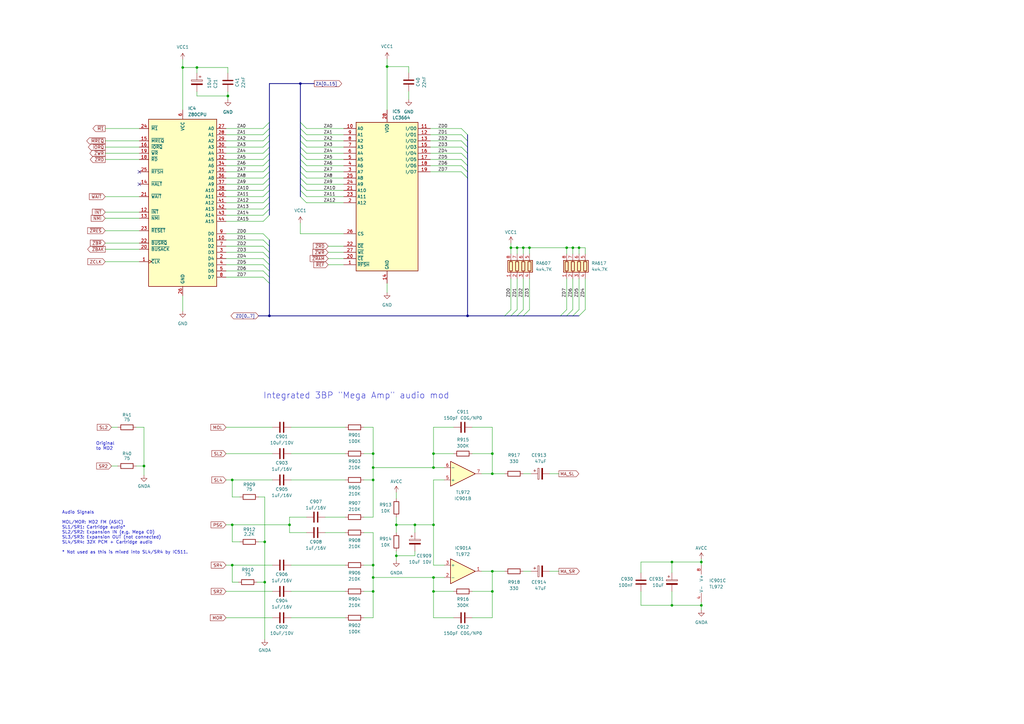
<source format=kicad_sch>
(kicad_sch (version 20250114) (generator "eeschema") (generator_version "9.0")
  (paper "A3")
  (title_block (title "Z80 and Audio") (date "2023-11-29") (rev "1.3") (company "By Cosam") (comment 1 "Neptune"))
  (lib_symbols
    (symbol "Amplifier_Operational:TL062" (pin_names (offset 0.127))
      (property "Reference" "U" (at 0 5.08 0))
      (property "Value" "TL062" (at 0 -5.08 0))
      (symbol "TL062_1_1"
        (pin input line (at -7.62 2.54 0) (length 2.54) (name "+") (number "3"))
        (pin input line (at -7.62 -2.54 0) (length 2.54) (name "-") (number "2"))
        (pin output line (at 7.62 0 180) (length 2.54) (name "~") (number "1"))
      )
      (symbol "TL062_2_1"
        (pin input line (at -7.62 2.54 0) (length 2.54) (name "+") (number "5"))
        (pin input line (at -7.62 -2.54 0) (length 2.54) (name "-") (number "6"))
        (pin output line (at 7.62 0 180) (length 2.54) (name "~") (number "7"))
      )
      (symbol "TL062_3_1"
        (pin power_in line (at -2.54 7.62 270) (length 3.81) (name "V+") (number "8"))
        (pin power_in line (at -2.54 -7.62 90) (length 3.81) (name "V-") (number "4"))
      )
    )
    (symbol "Device:C" (pin_numbers (hide yes)) (pin_names (offset 0.254))
      (property "Reference" "C" (at 0.635 2.54 0))
      (property "Value" "C" (at 0.635 -2.54 0))
      (symbol "C_1_1"
        (pin passive line (at 0 3.81 270) (length 2.794) (name "~") (number "1"))
        (pin passive line (at 0 -3.81 90) (length 2.794) (name "~") (number "2"))
      )
    )
    (symbol "Device:C_Polarized" (pin_numbers (hide yes)) (pin_names (offset 0.254))
      (property "Reference" "C" (at 0.635 2.54 0))
      (property "Value" "C_Polarized" (at 0.635 -2.54 0))
      (symbol "C_Polarized_1_1"
        (pin passive line (at 0 3.81 270) (length 2.794) (name "~") (number "1"))
        (pin passive line (at 0 -3.81 90) (length 2.794) (name "~") (number "2"))
      )
    )
    (symbol "Device:R" (pin_numbers (hide yes)) (pin_names (offset 0))
      (property "Reference" "R" (at 2.032 0 90))
      (property "Value" "R" (at 0 0 90))
      (symbol "R_1_1"
        (pin passive line (at 0 3.81 270) (length 1.27) (name "~") (number "1"))
        (pin passive line (at 0 -3.81 90) (length 1.27) (name "~") (number "2"))
      )
    )
    (symbol "Device:R_Pack04" (pin_names (offset 0) (hide yes))
      (property "Reference" "RN" (at -7.62 0 90))
      (property "Value" "R_Pack04" (at 5.08 0 90))
      (symbol "R_Pack04_1_1"
        (pin passive line (at -5.08 5.08 270) (length 2.54) (name "R1.2") (number "8"))
        (pin passive line (at -5.08 -5.08 90) (length 2.54) (name "R1.1") (number "1"))
        (pin passive line (at -2.54 5.08 270) (length 2.54) (name "R2.2") (number "7"))
        (pin passive line (at -2.54 -5.08 90) (length 2.54) (name "R2.1") (number "2"))
        (pin passive line (at 0 5.08 270) (length 2.54) (name "R3.2") (number "6"))
        (pin passive line (at 0 -5.08 90) (length 2.54) (name "R3.1") (number "3"))
        (pin passive line (at 2.54 5.08 270) (length 2.54) (name "R4.2") (number "5"))
        (pin passive line (at 2.54 -5.08 90) (length 2.54) (name "R4.1") (number "4"))
      )
    )
    (symbol "MegaDrive:AVCC" (power) (pin_names (offset 0))
      (property "Value" "AVCC" (at 0 4.445 0))
      (symbol "AVCC_1_1"
        (pin power_in line (at 0 0 90) (length 0) (hide yes) (name "AVCC") (number "1"))
      )
    )
    (symbol "MegaDrive:VCC1" (power) (pin_names (offset 0))
      (property "Value" "VCC1" (at 0 4.445 0))
      (symbol "VCC1_1_1"
        (pin power_in line (at 0 0 90) (length 0) (hide yes) (name "VCC1") (number "1"))
      )
    )
    (symbol "MegaDrive:Z80CPU" (pin_names (offset 1.016))
      (property "Reference" "IC4" (at 1.9559 38.1 0))
      (property "Value" "Z80CPU" (at 1.9559 35.56 0))
      (symbol "Z80CPU_1_1"
        (pin output line (at -17.78 30.48 0) (length 3.81) (name "~{M1}") (number "24"))
        (pin output line (at -17.78 25.4 0) (length 3.81) (name "~{MREQ}") (number "15"))
        (pin output line (at -17.78 22.86 0) (length 3.81) (name "~{IORQ}") (number "16"))
        (pin output line (at -17.78 20.32 0) (length 3.81) (name "~{WR}") (number "19"))
        (pin output line (at -17.78 17.78 0) (length 3.81) (name "~{RD}") (number "18"))
        (pin output line (at -17.78 12.7 0) (length 3.81) (name "~{RFSH}") (number "25"))
        (pin output line (at -17.78 7.62 0) (length 3.81) (name "~{HALT}") (number "14"))
        (pin input line (at -17.78 2.54 0) (length 3.81) (name "~{WAIT}") (number "21"))
        (pin input line (at -17.78 -3.81 0) (length 3.81) (name "~{INT}") (number "12"))
        (pin input line (at -17.78 -6.35 0) (length 3.81) (name "~{NMI}") (number "13"))
        (pin input line (at -17.78 -11.43 0) (length 3.81) (name "~{RESET}") (number "23"))
        (pin input line (at -17.78 -16.51 0) (length 3.81) (name "~{BUSRQ}") (number "22"))
        (pin output line (at -17.78 -19.05 0) (length 3.81) (name "~{BUSACK}") (number "20"))
        (pin input clock (at -17.78 -24.13 0) (length 3.81) (name "~{CLK}") (number "1"))
        (pin no_connect line (at -11.43 -36.83 90) (length 2.54) (hide yes) (name "N/C") (number "11"))
        (pin no_connect line (at -8.89 -36.83 90) (length 2.54) (hide yes) (name "N/C") (number "17"))
        (pin no_connect line (at -6.35 -36.83 90) (length 2.54) (hide yes) (name "N/C") (number "33"))
        (pin no_connect line (at -3.81 -36.83 90) (length 2.54) (hide yes) (name "N/C") (number "39"))
        (pin power_in line (at 0 38.1 270) (length 3.81) (name "VCC") (number "6"))
        (pin power_in line (at 0 -38.1 90) (length 3.81) (name "GND") (number "26"))
        (pin output line (at 17.78 30.48 180) (length 3.81) (name "A0") (number "27"))
        (pin output line (at 17.78 27.94 180) (length 3.81) (name "A1") (number "28"))
        (pin output line (at 17.78 25.4 180) (length 3.81) (name "A2") (number "29"))
        (pin output line (at 17.78 22.86 180) (length 3.81) (name "A3") (number "30"))
        (pin output line (at 17.78 20.32 180) (length 3.81) (name "A4") (number "31"))
        (pin output line (at 17.78 17.78 180) (length 3.81) (name "A5") (number "32"))
        (pin output line (at 17.78 15.24 180) (length 3.81) (name "A6") (number "34"))
        (pin output line (at 17.78 12.7 180) (length 3.81) (name "A7") (number "35"))
        (pin output line (at 17.78 10.16 180) (length 3.81) (name "A8") (number "36"))
        (pin output line (at 17.78 7.62 180) (length 3.81) (name "A9") (number "37"))
        (pin output line (at 17.78 5.08 180) (length 3.81) (name "A10") (number "38"))
        (pin output line (at 17.78 2.54 180) (length 3.81) (name "A11") (number "40"))
        (pin output line (at 17.78 0 180) (length 3.81) (name "A12") (number "41"))
        (pin output line (at 17.78 -2.54 180) (length 3.81) (name "A13") (number "42"))
        (pin output line (at 17.78 -5.08 180) (length 3.81) (name "A14") (number "43"))
        (pin output line (at 17.78 -7.62 180) (length 3.81) (name "A15") (number "44"))
        (pin bidirectional line (at 17.78 -12.7 180) (length 3.81) (name "D0") (number "9"))
        (pin bidirectional line (at 17.78 -15.24 180) (length 3.81) (name "D1") (number "10"))
        (pin bidirectional line (at 17.78 -17.78 180) (length 3.81) (name "D2") (number "7"))
        (pin bidirectional line (at 17.78 -20.32 180) (length 3.81) (name "D3") (number "3"))
        (pin bidirectional line (at 17.78 -22.86 180) (length 3.81) (name "D4") (number "2"))
        (pin bidirectional line (at 17.78 -25.4 180) (length 3.81) (name "D5") (number "4"))
        (pin bidirectional line (at 17.78 -27.94 180) (length 3.81) (name "D6") (number "5"))
        (pin bidirectional line (at 17.78 -30.48 180) (length 3.81) (name "D7") (number "8"))
      )
    )
    (symbol "MyLibrary:64k_SRAM_Z80"
      (property "Reference" "IC5" (at 1.9559 34.29 0))
      (property "Value" "64k_SRAM_Z80" (at 1.9559 31.75 0))
      (symbol "64k_SRAM_Z80_1_0"
        (pin input line (at -17.78 -27.94 0) (length 5.08) (name "~{RFSH}") (number "1"))
      )
      (symbol "64k_SRAM_Z80_1_1"
        (pin input line (at -17.78 27.94 0) (length 5.08) (name "A0") (number "10"))
        (pin input line (at -17.78 25.4 0) (length 5.08) (name "A1") (number "9"))
        (pin input line (at -17.78 22.86 0) (length 5.08) (name "A2") (number "8"))
        (pin input line (at -17.78 20.32 0) (length 5.08) (name "A3") (number "7"))
        (pin input line (at -17.78 17.78 0) (length 5.08) (name "A4") (number "6"))
        (pin input line (at -17.78 15.24 0) (length 5.08) (name "A5") (number "5"))
        (pin input line (at -17.78 12.7 0) (length 5.08) (name "A6") (number "4"))
        (pin input line (at -17.78 10.16 0) (length 5.08) (name "A7") (number "3"))
        (pin input line (at -17.78 7.62 0) (length 5.08) (name "A8") (number "25"))
        (pin input line (at -17.78 5.08 0) (length 5.08) (name "A9") (number "24"))
        (pin input line (at -17.78 2.54 0) (length 5.08) (name "A10") (number "21"))
        (pin input line (at -17.78 0 0) (length 5.08) (name "A11") (number "23"))
        (pin input line (at -17.78 -2.54 0) (length 5.08) (name "A12") (number "2"))
        (pin input line (at -17.78 -15.24 0) (length 5.08) (name "CS") (number "26"))
        (pin input line (at -17.78 -20.32 0) (length 5.08) (name "~{OE}") (number "22"))
        (pin input line (at -17.78 -22.86 0) (length 5.08) (name "~{WE}") (number "27"))
        (pin input line (at -17.78 -25.4 0) (length 5.08) (name "~{CE}") (number "20"))
        (pin power_in line (at 0 35.56 270) (length 5.08) (name "VDD") (number "28"))
        (pin power_in line (at 0 -35.56 90) (length 5.08) (name "GND") (number "14"))
        (pin bidirectional line (at 17.78 27.94 180) (length 5.08) (name "I/O0") (number "11"))
        (pin bidirectional line (at 17.78 25.4 180) (length 5.08) (name "I/O1") (number "12"))
        (pin bidirectional line (at 17.78 22.86 180) (length 5.08) (name "I/O2") (number "13"))
        (pin bidirectional line (at 17.78 20.32 180) (length 5.08) (name "I/O3") (number "15"))
        (pin bidirectional line (at 17.78 17.78 180) (length 5.08) (name "I/O4") (number "16"))
        (pin bidirectional line (at 17.78 15.24 180) (length 5.08) (name "I/O5") (number "17"))
        (pin bidirectional line (at 17.78 12.7 180) (length 5.08) (name "I/O6") (number "18"))
        (pin bidirectional line (at 17.78 10.16 180) (length 5.08) (name "I/O7") (number "19"))
      )
    )
    (symbol "power:GND" (power) (pin_names (offset 0))
      (property "Value" "GND" (at 0 -3.81 0))
      (symbol "GND_1_1"
        (pin power_in line (at 0 0 270) (length 0) (hide yes) (name "GND") (number "1"))
      )
    )
    (symbol "power:GNDA" (power) (pin_names (offset 0))
      (property "Value" "GNDA" (at 0 -3.81 0))
      (symbol "GNDA_1_1"
        (pin power_in line (at 0 0 270) (length 0) (hide yes) (name "GNDA") (number "1"))
      )
    )
  )
  (text "Original\nto MD2" (at 39.37 184.785 0) (effects (font (size 1.27 1.27)) (justify left bottom)))
  (text "Audio Signals\n\nMOL/MOR: MD2 FM (ASIC)\nSL1/SR1: Cartridge audio*\nSL2/SR2: Expansion IN (e.g. Mega CD)\nSL3/SR3: Expansion OUT (not connected)\nSL4/SR4: 32X PCM + Cartridge audio\n\n* Not used as this is mixed into SL4/SR4 by IC511." (at 25.4 227.33 0) (effects (font (size 1.27 1.27)) (justify left bottom)))
  (text "Integrated 3BP \"Mega Amp\" audio mod" (at 107.95 163.83 0) (effects (font (size 2.54 2.54)) (justify left bottom)))
  (junction (at 201.93 194.31))
  (junction (at 287.655 230.505))
  (junction (at 93.472 39.37))
  (junction (at 153.035 186.055))
  (junction (at 80.772 27.686))
  (junction (at 118.745 215.265))
  (junction (at 95.25 231.775))
  (junction (at 95.25 215.265))
  (junction (at 123.19 34.29))
  (junction (at 74.93 27.686))
  (junction (at 153.035 236.855))
  (junction (at 209.55 101.6))
  (junction (at 232.41 101.6))
  (junction (at 153.035 242.57))
  (junction (at 170.18 215.265))
  (junction (at 201.93 186.055))
  (junction (at 153.035 231.775))
  (junction (at 217.17 101.6))
  (junction (at 108.585 222.25))
  (junction (at 177.8 191.77))
  (junction (at 177.8 186.055))
  (junction (at 177.8 236.855))
  (junction (at 153.035 196.85))
  (junction (at 191.77 129.54))
  (junction (at 234.95 101.6))
  (junction (at 158.75 27.305))
  (junction (at 110.49 129.54))
  (junction (at 177.8 215.265))
  (junction (at 275.59 248.285))
  (junction (at 201.93 234.315))
  (junction (at 153.035 191.77))
  (junction (at 59.055 191.135))
  (junction (at 177.8 242.57))
  (junction (at 201.93 242.57))
  (junction (at 95.25 196.85))
  (junction (at 275.59 230.505))
  (junction (at 237.49 101.6))
  (junction (at 214.63 101.6))
  (junction (at 287.655 248.285))
  (junction (at 212.09 101.6))
  (junction (at 162.56 227.965))
  (junction (at 108.585 238.76))
  (junction (at 162.56 215.265))
  (no_connect (at 57.15 75.565))
  (no_connect (at 57.15 70.485))
  (bus_entry (at 107.95 106.045) (size 2.54 2.54))
  (bus_entry (at 125.73 75.565) (size -2.54 -2.54))
  (bus_entry (at 107.95 60.325) (size 2.54 -2.54))
  (bus_entry (at 125.73 70.485) (size -2.54 -2.54))
  (bus_entry (at 107.95 108.585) (size 2.54 2.54))
  (bus_entry (at 107.95 95.885) (size 2.54 2.54))
  (bus_entry (at 107.95 103.505) (size 2.54 2.54))
  (bus_entry (at 125.73 57.785) (size -2.54 -2.54))
  (bus_entry (at 125.73 83.185) (size -2.54 -2.54))
  (bus_entry (at 189.23 70.485) (size 2.54 2.54))
  (bus_entry (at 107.95 98.425) (size 2.54 2.54))
  (bus_entry (at 237.49 127) (size -2.54 2.54))
  (bus_entry (at 125.73 65.405) (size -2.54 -2.54))
  (bus_entry (at 240.03 127) (size -2.54 2.54))
  (bus_entry (at 107.95 100.965) (size 2.54 2.54))
  (bus_entry (at 189.23 57.785) (size 2.54 2.54))
  (bus_entry (at 125.73 73.025) (size -2.54 -2.54))
  (bus_entry (at 107.95 70.485) (size 2.54 -2.54))
  (bus_entry (at 125.73 62.865) (size -2.54 -2.54))
  (bus_entry (at 189.23 62.865) (size 2.54 2.54))
  (bus_entry (at 125.73 52.705) (size -2.54 -2.54))
  (bus_entry (at 217.17 127) (size -2.54 2.54))
  (bus_entry (at 232.41 127) (size -2.54 2.54))
  (bus_entry (at 107.95 113.665) (size 2.54 2.54))
  (bus_entry (at 107.95 67.945) (size 2.54 -2.54))
  (bus_entry (at 212.09 127) (size -2.54 2.54))
  (bus_entry (at 107.95 85.725) (size 2.54 -2.54))
  (bus_entry (at 189.23 67.945) (size 2.54 2.54))
  (bus_entry (at 214.63 127) (size -2.54 2.54))
  (bus_entry (at 107.95 111.125) (size 2.54 2.54))
  (bus_entry (at 107.95 90.805) (size 2.54 -2.54))
  (bus_entry (at 189.23 55.245) (size 2.54 2.54))
  (bus_entry (at 107.95 80.645) (size 2.54 -2.54))
  (bus_entry (at 107.95 78.105) (size 2.54 -2.54))
  (bus_entry (at 125.73 60.325) (size -2.54 -2.54))
  (bus_entry (at 189.23 65.405) (size 2.54 2.54))
  (bus_entry (at 125.73 55.245) (size -2.54 -2.54))
  (bus_entry (at 107.95 88.265) (size 2.54 -2.54))
  (bus_entry (at 107.95 55.245) (size 2.54 -2.54))
  (bus_entry (at 107.95 83.185) (size 2.54 -2.54))
  (bus_entry (at 107.95 62.865) (size 2.54 -2.54))
  (bus_entry (at 189.23 60.325) (size 2.54 2.54))
  (bus_entry (at 234.95 127) (size -2.54 2.54))
  (bus_entry (at 125.73 78.105) (size -2.54 -2.54))
  (bus_entry (at 125.73 80.645) (size -2.54 -2.54))
  (bus_entry (at 189.23 52.705) (size 2.54 2.54))
  (bus_entry (at 107.95 73.025) (size 2.54 -2.54))
  (bus_entry (at 209.55 127) (size -2.54 2.54))
  (bus_entry (at 107.95 65.405) (size 2.54 -2.54))
  (bus_entry (at 107.95 75.565) (size 2.54 -2.54))
  (bus_entry (at 107.95 57.785) (size 2.54 -2.54))
  (bus_entry (at 125.73 67.945) (size -2.54 -2.54))
  (bus_entry (at 107.95 52.705) (size 2.54 -2.54))
  (wire (pts (xy 55.88 175.26) (xy 59.055 175.26)))
  (wire (pts (xy 92.71 67.945) (xy 107.95 67.945)))
  (wire (pts (xy 93.472 37.592) (xy 93.472 39.37)))
  (wire (pts (xy 80.772 39.37) (xy 93.472 39.37)))
  (wire (pts (xy 232.41 114.3) (xy 232.41 127)))
  (wire (pts (xy 149.225 218.44) (xy 153.035 218.44)))
  (wire (pts (xy 287.655 229.235) (xy 287.655 230.505)))
  (bus (pts (xy 110.49 106.045) (xy 110.49 108.585)))
  (bus (pts (xy 191.77 65.405) (xy 191.77 67.945)))
  (bus (pts (xy 229.87 129.54) (xy 214.63 129.54)))
  (wire (pts (xy 125.73 65.405) (xy 140.97 65.405)))
  (wire (pts (xy 125.73 60.325) (xy 140.97 60.325)))
  (bus (pts (xy 123.19 50.165) (xy 123.19 52.705)))
  (wire (pts (xy 177.8 191.77) (xy 182.245 191.77)))
  (wire (pts (xy 186.055 175.26) (xy 177.8 175.26)))
  (bus (pts (xy 123.19 60.325) (xy 123.19 62.865)))
  (wire (pts (xy 177.8 242.57) (xy 177.8 236.855)))
  (wire (pts (xy 125.73 80.645) (xy 140.97 80.645)))
  (bus (pts (xy 123.19 34.29) (xy 123.19 50.165)))
  (wire (pts (xy 177.8 253.365) (xy 186.055 253.365)))
  (wire (pts (xy 92.71 196.85) (xy 95.25 196.85)))
  (wire (pts (xy 237.49 101.6) (xy 237.49 104.14)))
  (bus (pts (xy 191.77 73.025) (xy 191.77 129.54)))
  (wire (pts (xy 162.56 212.09) (xy 162.56 215.265)))
  (wire (pts (xy 92.71 108.585) (xy 107.95 108.585)))
  (bus (pts (xy 110.49 55.245) (xy 110.49 57.785)))
  (wire (pts (xy 123.19 95.885) (xy 123.19 91.44)))
  (wire (pts (xy 125.73 57.785) (xy 140.97 57.785)))
  (wire (pts (xy 95.25 215.265) (xy 118.745 215.265)))
  (bus (pts (xy 123.19 75.565) (xy 123.19 78.105)))
  (wire (pts (xy 153.035 236.855) (xy 153.035 231.775)))
  (wire (pts (xy 92.71 90.805) (xy 107.95 90.805)))
  (wire (pts (xy 232.41 101.6) (xy 234.95 101.6)))
  (wire (pts (xy 140.97 108.585) (xy 134.62 108.585)))
  (wire (pts (xy 125.73 70.485) (xy 140.97 70.485)))
  (bus (pts (xy 191.77 60.325) (xy 191.77 62.865)))
  (bus (pts (xy 110.49 57.785) (xy 110.49 60.325)))
  (bus (pts (xy 110.49 98.425) (xy 110.49 100.965)))
  (wire (pts (xy 177.8 186.055) (xy 177.8 175.26)))
  (wire (pts (xy 57.15 99.695) (xy 43.18 99.695)))
  (wire (pts (xy 92.71 103.505) (xy 107.95 103.505)))
  (wire (pts (xy 162.56 226.06) (xy 162.56 227.965)))
  (bus (pts (xy 106.045 129.54) (xy 110.49 129.54)))
  (wire (pts (xy 214.63 114.3) (xy 214.63 127)))
  (wire (pts (xy 275.59 230.505) (xy 275.59 234.95)))
  (wire (pts (xy 177.8 196.85) (xy 182.245 196.85)))
  (wire (pts (xy 149.225 186.055) (xy 153.035 186.055)))
  (wire (pts (xy 217.17 101.6) (xy 214.63 101.6)))
  (wire (pts (xy 119.38 231.775) (xy 141.605 231.775)))
  (wire (pts (xy 225.425 234.315) (xy 229.235 234.315)))
  (bus (pts (xy 110.49 103.505) (xy 110.49 106.045)))
  (bus (pts (xy 110.49 50.165) (xy 110.49 52.705)))
  (bus (pts (xy 191.77 67.945) (xy 191.77 70.485)))
  (wire (pts (xy 45.72 175.26) (xy 48.26 175.26)))
  (wire (pts (xy 108.585 222.25) (xy 108.585 238.76)))
  (wire (pts (xy 240.03 101.6) (xy 240.03 104.14)))
  (bus (pts (xy 110.49 80.645) (xy 110.49 83.185)))
  (wire (pts (xy 125.73 55.245) (xy 140.97 55.245)))
  (bus (pts (xy 214.63 129.54) (xy 212.09 129.54)))
  (wire (pts (xy 119.38 196.85) (xy 141.605 196.85)))
  (wire (pts (xy 162.56 201.93) (xy 162.56 204.47)))
  (wire (pts (xy 201.93 194.31) (xy 207.01 194.31)))
  (wire (pts (xy 92.71 70.485) (xy 107.95 70.485)))
  (wire (pts (xy 133.35 212.09) (xy 141.605 212.09)))
  (bus (pts (xy 110.49 113.665) (xy 110.49 116.205)))
  (wire (pts (xy 158.75 24.13) (xy 158.75 27.305)))
  (wire (pts (xy 98.425 203.835) (xy 95.25 203.835)))
  (wire (pts (xy 237.49 114.3) (xy 237.49 127)))
  (wire (pts (xy 119.38 253.365) (xy 141.605 253.365)))
  (bus (pts (xy 212.09 129.54) (xy 209.55 129.54)))
  (bus (pts (xy 234.95 129.54) (xy 232.41 129.54)))
  (bus (pts (xy 191.77 57.785) (xy 191.77 60.325)))
  (wire (pts (xy 197.485 194.31) (xy 201.93 194.31)))
  (wire (pts (xy 92.71 215.265) (xy 95.25 215.265)))
  (wire (pts (xy 158.75 27.305) (xy 158.75 45.085)))
  (wire (pts (xy 237.49 101.6) (xy 240.03 101.6)))
  (wire (pts (xy 177.8 215.265) (xy 177.8 196.85)))
  (wire (pts (xy 92.71 242.57) (xy 111.76 242.57)))
  (wire (pts (xy 92.71 73.025) (xy 107.95 73.025)))
  (bus (pts (xy 123.19 52.705) (xy 123.19 55.245)))
  (wire (pts (xy 57.15 60.325) (xy 43.18 60.325)))
  (bus (pts (xy 110.49 34.29) (xy 110.49 50.165)))
  (wire (pts (xy 57.15 80.645) (xy 43.18 80.645)))
  (wire (pts (xy 95.25 203.835) (xy 95.25 196.85)))
  (wire (pts (xy 57.15 86.995) (xy 43.18 86.995)))
  (wire (pts (xy 153.035 236.855) (xy 177.8 236.855)))
  (wire (pts (xy 167.64 27.305) (xy 158.75 27.305)))
  (wire (pts (xy 234.95 114.3) (xy 234.95 127)))
  (bus (pts (xy 191.77 62.865) (xy 191.77 65.405)))
  (bus (pts (xy 209.55 129.54) (xy 207.01 129.54)))
  (wire (pts (xy 262.89 242.57) (xy 262.89 248.285)))
  (wire (pts (xy 140.97 106.045) (xy 134.62 106.045)))
  (bus (pts (xy 123.19 55.245) (xy 123.19 57.785)))
  (wire (pts (xy 93.472 29.972) (xy 93.472 27.686)))
  (wire (pts (xy 97.79 238.76) (xy 95.25 238.76)))
  (wire (pts (xy 92.71 55.245) (xy 107.95 55.245)))
  (wire (pts (xy 167.64 37.465) (xy 167.64 40.767)))
  (bus (pts (xy 110.49 100.965) (xy 110.49 103.505)))
  (wire (pts (xy 119.38 175.26) (xy 141.605 175.26)))
  (wire (pts (xy 92.71 60.325) (xy 107.95 60.325)))
  (wire (pts (xy 153.035 191.77) (xy 153.035 186.055)))
  (bus (pts (xy 232.41 129.54) (xy 229.87 129.54)))
  (wire (pts (xy 57.15 107.315) (xy 43.18 107.315)))
  (wire (pts (xy 92.71 75.565) (xy 107.95 75.565)))
  (wire (pts (xy 214.63 234.315) (xy 217.805 234.315)))
  (wire (pts (xy 105.41 238.76) (xy 108.585 238.76)))
  (wire (pts (xy 92.71 52.705) (xy 107.95 52.705)))
  (wire (pts (xy 140.97 103.505) (xy 134.62 103.505)))
  (wire (pts (xy 170.18 215.265) (xy 177.8 215.265)))
  (wire (pts (xy 158.75 116.205) (xy 158.75 120.015)))
  (wire (pts (xy 153.035 196.85) (xy 153.035 191.77)))
  (wire (pts (xy 125.73 52.705) (xy 140.97 52.705)))
  (wire (pts (xy 106.045 203.835) (xy 108.585 203.835)))
  (wire (pts (xy 214.63 104.14) (xy 214.63 101.6)))
  (wire (pts (xy 74.93 121.285) (xy 74.93 127.635)))
  (wire (pts (xy 209.55 101.6) (xy 209.55 104.14)))
  (bus (pts (xy 110.49 129.54) (xy 191.77 129.54)))
  (bus (pts (xy 123.19 62.865) (xy 123.19 65.405)))
  (wire (pts (xy 212.09 114.3) (xy 212.09 127)))
  (wire (pts (xy 140.97 100.965) (xy 134.62 100.965)))
  (wire (pts (xy 232.41 101.6) (xy 232.41 104.14)))
  (wire (pts (xy 262.89 234.95) (xy 262.89 230.505)))
  (wire (pts (xy 193.675 253.365) (xy 201.93 253.365)))
  (wire (pts (xy 92.71 98.425) (xy 107.95 98.425)))
  (bus (pts (xy 110.49 75.565) (xy 110.49 78.105)))
  (wire (pts (xy 186.055 186.055) (xy 177.8 186.055)))
  (wire (pts (xy 162.56 227.965) (xy 162.56 229.87)))
  (wire (pts (xy 214.63 194.31) (xy 217.805 194.31)))
  (wire (pts (xy 225.425 194.31) (xy 229.235 194.31)))
  (wire (pts (xy 234.95 101.6) (xy 237.49 101.6)))
  (bus (pts (xy 191.77 55.245) (xy 191.77 57.785)))
  (bus (pts (xy 110.49 60.325) (xy 110.49 62.865)))
  (bus (pts (xy 237.49 129.54) (xy 234.95 129.54)))
  (wire (pts (xy 59.055 175.26) (xy 59.055 191.135)))
  (wire (pts (xy 95.25 231.775) (xy 111.76 231.775)))
  (wire (pts (xy 153.035 242.57) (xy 153.035 253.365)))
  (wire (pts (xy 57.15 65.405) (xy 43.18 65.405)))
  (bus (pts (xy 123.19 34.29) (xy 110.49 34.29)))
  (wire (pts (xy 57.15 89.535) (xy 43.18 89.535)))
  (wire (pts (xy 275.59 230.505) (xy 287.655 230.505)))
  (wire (pts (xy 92.71 231.775) (xy 95.25 231.775)))
  (wire (pts (xy 162.56 227.965) (xy 170.18 227.965)))
  (wire (pts (xy 234.95 101.6) (xy 234.95 104.14)))
  (wire (pts (xy 153.035 253.365) (xy 149.225 253.365)))
  (bus (pts (xy 110.49 62.865) (xy 110.49 65.405)))
  (bus (pts (xy 123.19 73.025) (xy 123.19 75.565)))
  (wire (pts (xy 177.8 231.775) (xy 182.245 231.775)))
  (wire (pts (xy 177.8 215.265) (xy 177.8 231.775)))
  (wire (pts (xy 201.93 253.365) (xy 201.93 242.57)))
  (wire (pts (xy 92.71 80.645) (xy 107.95 80.645)))
  (bus (pts (xy 128.905 34.29) (xy 123.19 34.29)))
  (wire (pts (xy 92.71 95.885) (xy 107.95 95.885)))
  (wire (pts (xy 149.225 212.09) (xy 153.035 212.09)))
  (wire (pts (xy 55.88 191.135) (xy 59.055 191.135)))
  (wire (pts (xy 201.93 234.315) (xy 197.485 234.315)))
  (wire (pts (xy 80.772 37.592) (xy 80.772 39.37)))
  (wire (pts (xy 57.15 57.785) (xy 43.18 57.785)))
  (wire (pts (xy 92.71 83.185) (xy 107.95 83.185)))
  (wire (pts (xy 149.225 231.775) (xy 153.035 231.775)))
  (wire (pts (xy 57.15 94.615) (xy 43.18 94.615)))
  (wire (pts (xy 176.53 60.325) (xy 189.23 60.325)))
  (wire (pts (xy 108.585 238.76) (xy 108.585 262.255)))
  (wire (pts (xy 193.675 186.055) (xy 201.93 186.055)))
  (wire (pts (xy 217.17 114.3) (xy 217.17 127)))
  (bus (pts (xy 110.49 116.205) (xy 110.49 129.54)))
  (wire (pts (xy 162.56 215.265) (xy 162.56 218.44)))
  (wire (pts (xy 57.15 52.705) (xy 43.18 52.705)))
  (wire (pts (xy 98.425 222.25) (xy 95.25 222.25)))
  (wire (pts (xy 149.225 196.85) (xy 153.035 196.85)))
  (wire (pts (xy 201.93 234.315) (xy 207.01 234.315)))
  (wire (pts (xy 106.045 222.25) (xy 108.585 222.25)))
  (wire (pts (xy 176.53 67.945) (xy 189.23 67.945)))
  (wire (pts (xy 201.93 194.31) (xy 201.93 186.055)))
  (wire (pts (xy 92.71 106.045) (xy 107.95 106.045)))
  (wire (pts (xy 217.17 104.14) (xy 217.17 101.6)))
  (wire (pts (xy 170.18 227.965) (xy 170.18 226.06)))
  (wire (pts (xy 108.585 203.835) (xy 108.585 222.25)))
  (bus (pts (xy 110.49 73.025) (xy 110.49 75.565)))
  (wire (pts (xy 125.73 73.025) (xy 140.97 73.025)))
  (bus (pts (xy 123.19 67.945) (xy 123.19 70.485)))
  (wire (pts (xy 153.035 175.26) (xy 149.225 175.26)))
  (wire (pts (xy 92.71 175.26) (xy 111.76 175.26)))
  (wire (pts (xy 59.055 191.135) (xy 59.055 194.945)))
  (wire (pts (xy 162.56 215.265) (xy 170.18 215.265)))
  (wire (pts (xy 153.035 191.77) (xy 177.8 191.77)))
  (wire (pts (xy 92.71 111.125) (xy 107.95 111.125)))
  (wire (pts (xy 201.93 242.57) (xy 201.93 234.315)))
  (bus (pts (xy 110.49 78.105) (xy 110.49 80.645)))
  (wire (pts (xy 92.71 186.055) (xy 111.76 186.055)))
  (wire (pts (xy 201.93 186.055) (xy 201.93 175.26)))
  (wire (pts (xy 177.8 253.365) (xy 177.8 242.57)))
  (wire (pts (xy 149.225 242.57) (xy 153.035 242.57)))
  (wire (pts (xy 119.38 186.055) (xy 141.605 186.055)))
  (wire (pts (xy 176.53 55.245) (xy 189.23 55.245)))
  (wire (pts (xy 153.035 186.055) (xy 153.035 175.26)))
  (wire (pts (xy 275.59 248.285) (xy 287.655 248.285)))
  (wire (pts (xy 170.18 215.265) (xy 170.18 218.44)))
  (wire (pts (xy 95.25 196.85) (xy 111.76 196.85)))
  (wire (pts (xy 125.73 75.565) (xy 140.97 75.565)))
  (bus (pts (xy 110.49 67.945) (xy 110.49 70.485)))
  (wire (pts (xy 74.93 24.384) (xy 74.93 27.686)))
  (bus (pts (xy 110.49 111.125) (xy 110.49 113.665)))
  (wire (pts (xy 125.73 78.105) (xy 140.97 78.105)))
  (wire (pts (xy 287.655 247.015) (xy 287.655 248.285)))
  (bus (pts (xy 110.49 85.725) (xy 110.49 88.265)))
  (wire (pts (xy 125.73 83.185) (xy 140.97 83.185)))
  (wire (pts (xy 186.055 242.57) (xy 177.8 242.57)))
  (wire (pts (xy 119.38 242.57) (xy 141.605 242.57)))
  (wire (pts (xy 95.25 238.76) (xy 95.25 231.775)))
  (wire (pts (xy 92.71 88.265) (xy 107.95 88.265)))
  (wire (pts (xy 212.09 101.6) (xy 209.55 101.6)))
  (wire (pts (xy 92.71 85.725) (xy 107.95 85.725)))
  (wire (pts (xy 176.53 62.865) (xy 189.23 62.865)))
  (wire (pts (xy 133.35 218.44) (xy 141.605 218.44)))
  (wire (pts (xy 118.745 218.44) (xy 125.73 218.44)))
  (wire (pts (xy 92.71 62.865) (xy 107.95 62.865)))
  (bus (pts (xy 191.77 129.54) (xy 207.01 129.54)))
  (bus (pts (xy 123.19 57.785) (xy 123.19 60.325)))
  (wire (pts (xy 287.655 248.285) (xy 287.655 250.19)))
  (wire (pts (xy 92.71 78.105) (xy 107.95 78.105)))
  (wire (pts (xy 177.8 191.77) (xy 177.8 186.055)))
  (bus (pts (xy 110.49 52.705) (xy 110.49 55.245)))
  (wire (pts (xy 95.25 222.25) (xy 95.25 215.265)))
  (wire (pts (xy 80.772 27.686) (xy 80.772 29.972)))
  (bus (pts (xy 110.49 70.485) (xy 110.49 73.025)))
  (bus (pts (xy 110.49 65.405) (xy 110.49 67.945)))
  (bus (pts (xy 123.19 65.405) (xy 123.19 67.945)))
  (wire (pts (xy 176.53 65.405) (xy 189.23 65.405)))
  (wire (pts (xy 45.72 191.135) (xy 48.26 191.135)))
  (wire (pts (xy 177.8 236.855) (xy 182.245 236.855)))
  (wire (pts (xy 212.09 104.14) (xy 212.09 101.6)))
  (wire (pts (xy 287.655 230.505) (xy 287.655 231.775)))
  (wire (pts (xy 214.63 101.6) (xy 212.09 101.6)))
  (wire (pts (xy 176.53 70.485) (xy 189.23 70.485)))
  (wire (pts (xy 92.71 57.785) (xy 107.95 57.785)))
  (wire (pts (xy 123.19 95.885) (xy 140.97 95.885)))
  (wire (pts (xy 262.89 248.285) (xy 275.59 248.285)))
  (wire (pts (xy 153.035 212.09) (xy 153.035 196.85)))
  (wire (pts (xy 209.55 114.3) (xy 209.55 127)))
  (wire (pts (xy 57.15 102.235) (xy 43.18 102.235)))
  (wire (pts (xy 275.59 242.57) (xy 275.59 248.285)))
  (wire (pts (xy 118.745 212.09) (xy 118.745 215.265)))
  (wire (pts (xy 74.93 27.686) (xy 74.93 45.085)))
  (wire (pts (xy 93.472 39.37) (xy 93.472 40.894)))
  (bus (pts (xy 110.49 83.185) (xy 110.49 85.725)))
  (wire (pts (xy 201.93 175.26) (xy 193.675 175.26)))
  (bus (pts (xy 123.19 70.485) (xy 123.19 73.025)))
  (wire (pts (xy 92.71 65.405) (xy 107.95 65.405)))
  (wire (pts (xy 57.15 62.865) (xy 43.18 62.865)))
  (wire (pts (xy 193.675 242.57) (xy 201.93 242.57)))
  (wire (pts (xy 176.53 52.705) (xy 189.23 52.705)))
  (wire (pts (xy 125.73 67.945) (xy 140.97 67.945)))
  (wire (pts (xy 93.472 27.686) (xy 80.772 27.686)))
  (wire (pts (xy 240.03 114.3) (xy 240.03 127)))
  (wire (pts (xy 125.73 62.865) (xy 140.97 62.865)))
  (wire (pts (xy 125.73 212.09) (xy 118.745 212.09)))
  (wire (pts (xy 217.17 101.6) (xy 232.41 101.6)))
  (wire (pts (xy 167.64 29.845) (xy 167.64 27.305)))
  (wire (pts (xy 80.772 27.686) (xy 74.93 27.686)))
  (wire (pts (xy 153.035 236.855) (xy 153.035 242.57)))
  (bus (pts (xy 191.77 70.485) (xy 191.77 73.025)))
  (wire (pts (xy 92.71 100.965) (xy 107.95 100.965)))
  (wire (pts (xy 118.745 215.265) (xy 118.745 218.44)))
  (wire (pts (xy 262.89 230.505) (xy 275.59 230.505)))
  (bus (pts (xy 110.49 108.585) (xy 110.49 111.125)))
  (wire (pts (xy 92.71 253.365) (xy 111.76 253.365)))
  (wire (pts (xy 153.035 218.44) (xy 153.035 231.775)))
  (wire (pts (xy 176.53 57.785) (xy 189.23 57.785)))
  (bus (pts (xy 123.19 78.105) (xy 123.19 80.645)))
  (wire (pts (xy 209.55 99.695) (xy 209.55 101.6)))
  (wire (pts (xy 92.71 113.665) (xy 107.95 113.665)))
  (label "ZD6" (at 234.95 118.11 270))
  (label "ZA5" (at 132.715 65.405 0))
  (label "ZD0" (at 179.705 52.705 0))
  (label "ZA3" (at 132.715 60.325 0))
  (label "ZD2" (at 179.705 57.785 0))
  (label "ZA0" (at 132.715 52.705 0))
  (label "ZD7" (at 232.41 118.11 270))
  (label "ZD4" (at 240.03 118.11 270))
  (label "ZA11" (at 97.155 80.645 0))
  (label "ZA15" (at 97.155 90.805 0))
  (label "ZA1" (at 132.715 55.245 0))
  (label "ZA9" (at 132.715 75.565 0))
  (label "ZD3" (at 217.17 118.11 270))
  (label "ZA12" (at 97.155 83.185 0))
  (label "ZA4" (at 97.155 62.865 0))
  (label "ZD3" (at 97.155 103.505 0))
  (label "ZA9" (at 97.155 75.565 0))
  (label "ZD1" (at 212.09 118.11 270))
  (label "ZD1" (at 97.155 98.425 0))
  (label "ZA1" (at 97.155 55.245 0))
  (label "ZA6" (at 132.715 67.945 0))
  (label "ZD5" (at 179.705 65.405 0))
  (label "ZA4" (at 132.715 62.865 0))
  (label "ZD6" (at 179.705 67.945 0))
  (label "ZA2" (at 132.715 57.785 0))
  (label "ZA12" (at 132.715 83.185 0))
  (label "ZA13" (at 97.155 85.725 0))
  (label "ZD1" (at 179.705 55.245 0))
  (label "ZD0" (at 209.55 118.11 270))
  (label "ZA11" (at 132.715 80.645 0))
  (label "ZD7" (at 97.155 113.665 0))
  (label "ZD6" (at 97.155 111.125 0))
  (label "ZA14" (at 97.155 88.265 0))
  (label "ZA10" (at 97.155 78.105 0))
  (label "ZD7" (at 179.705 70.485 0))
  (label "ZA8" (at 97.155 73.025 0))
  (label "ZA10" (at 132.715 78.105 0))
  (label "ZA5" (at 97.155 65.405 0))
  (label "ZA8" (at 132.715 73.025 0))
  (label "ZA2" (at 97.155 57.785 0))
  (label "ZA0" (at 97.155 52.705 0))
  (label "ZD3" (at 179.705 60.325 0))
  (label "ZD5" (at 97.155 108.585 0))
  (label "ZA7" (at 132.715 70.485 0))
  (label "ZD4" (at 179.705 62.865 0))
  (label "ZD4" (at 97.155 106.045 0))
  (label "ZA6" (at 97.155 67.945 0))
  (label "ZD0" (at 97.155 95.885 0))
  (label "ZA7" (at 97.155 70.485 0))
  (label "ZD2" (at 97.155 100.965 0))
  (label "ZA3" (at 97.155 60.325 0))
  (label "ZD5" (at 237.49 118.11 270))
  (label "ZD2" (at 214.63 118.11 270))
  (global_label "~{ZRD}" (shape output) (at 43.18 65.405 180) (property "Intersheetrefs" "${INTERSHEET_REFS}" (effects (hide yes))))
  (global_label "~{ZRAM}" (shape input) (at 134.62 106.045 180) (property "Intersheetrefs" "${INTERSHEET_REFS}" (effects (hide yes))))
  (global_label "~{ZWR}" (shape output) (at 43.18 62.865 180) (property "Intersheetrefs" "${INTERSHEET_REFS}" (effects (hide yes))))
  (global_label "~{ZBR}" (shape input) (at 43.18 99.695 180) (property "Intersheetrefs" "${INTERSHEET_REFS}" (effects (hide yes))))
  (global_label "~{IORQ}" (shape output) (at 43.18 60.325 180) (property "Intersheetrefs" "${INTERSHEET_REFS}" (effects (hide yes))))
  (global_label "SR4" (shape input) (at 92.71 231.775 180) (property "Intersheetrefs" "${INTERSHEET_REFS}" (effects (hide yes))))
  (global_label "~{INT}" (shape input) (at 43.18 86.995 180) (property "Intersheetrefs" "${INTERSHEET_REFS}" (effects (hide yes))))
  (global_label "ZA[0..15]" (shape output) (at 128.905 34.29 0) (property "Intersheetrefs" "${INTERSHEET_REFS}" (effects (hide yes))))
  (global_label "MOL" (shape input) (at 92.71 175.26 180) (property "Intersheetrefs" "${INTERSHEET_REFS}" (effects (hide yes))))
  (global_label "SL4" (shape input) (at 92.71 196.85 180) (property "Intersheetrefs" "${INTERSHEET_REFS}" (effects (hide yes))))
  (global_label "SL2" (shape input) (at 45.72 175.26 180) (property "Intersheetrefs" "${INTERSHEET_REFS}" (effects (hide yes))))
  (global_label "MA_SL" (shape output) (at 229.235 194.31 0) (property "Intersheetrefs" "${INTERSHEET_REFS}" (effects (hide yes))))
  (global_label "~{MREQ}" (shape output) (at 43.18 57.785 180) (property "Intersheetrefs" "${INTERSHEET_REFS}" (effects (hide yes))))
  (global_label "SR2" (shape input) (at 45.72 191.135 180) (property "Intersheetrefs" "${INTERSHEET_REFS}" (effects (hide yes))))
  (global_label "ZD[0..7]" (shape bidirectional) (at 106.045 129.54 180) (property "Intersheetrefs" "${INTERSHEET_REFS}" (effects (hide yes))))
  (global_label "MA_SR" (shape output) (at 229.235 234.315 0) (property "Intersheetrefs" "${INTERSHEET_REFS}" (effects (hide yes))))
  (global_label "~{REF}" (shape input) (at 134.62 108.585 180) (property "Intersheetrefs" "${INTERSHEET_REFS}" (effects (hide yes))))
  (global_label "~{NMI}" (shape input) (at 43.18 89.535 180) (property "Intersheetrefs" "${INTERSHEET_REFS}" (effects (hide yes))))
  (global_label "PSG" (shape input) (at 92.71 215.265 180) (property "Intersheetrefs" "${INTERSHEET_REFS}" (effects (hide yes))))
  (global_label "~{ZRD}" (shape input) (at 134.62 100.965 180) (property "Intersheetrefs" "${INTERSHEET_REFS}" (effects (hide yes))))
  (global_label "~{ZRES}" (shape input) (at 43.18 94.615 180) (property "Intersheetrefs" "${INTERSHEET_REFS}" (effects (hide yes))))
  (global_label "~{ZBAK}" (shape output) (at 43.18 102.235 180) (property "Intersheetrefs" "${INTERSHEET_REFS}" (effects (hide yes))))
  (global_label "~{ZWR}" (shape input) (at 134.62 103.505 180) (property "Intersheetrefs" "${INTERSHEET_REFS}" (effects (hide yes))))
  (global_label "SR2" (shape input) (at 92.71 242.57 180) (property "Intersheetrefs" "${INTERSHEET_REFS}" (effects (hide yes))))
  (global_label "~{WAIT}" (shape input) (at 43.18 80.645 180) (property "Intersheetrefs" "${INTERSHEET_REFS}" (effects (hide yes))))
  (global_label "ZCLK" (shape input) (at 43.18 107.315 180) (property "Intersheetrefs" "${INTERSHEET_REFS}" (effects (hide yes))))
  (global_label "MOR" (shape input) (at 92.71 253.365 180) (property "Intersheetrefs" "${INTERSHEET_REFS}" (effects (hide yes))))
  (global_label "SL2" (shape input) (at 92.71 186.055 180) (property "Intersheetrefs" "${INTERSHEET_REFS}" (effects (hide yes))))
  (global_label "~{M1}" (shape output) (at 43.18 52.705 180) (property "Intersheetrefs" "${INTERSHEET_REFS}" (effects (hide yes))))
  (symbol (lib_id "MegaDrive:AVCC") (at 162.56 201.93 0) (unit 1)
    (property "Reference" "#PWR031" (effects (hide yes)))
    (property "Value" "AVCC" (at 162.56 197.485 0))
  )
  (symbol (lib_id "Device:C") (at 115.57 231.775 90) (mirror x) (unit 1)
    (property "Reference" "C906" (at 115.57 235.585 90))
    (property "Value" "1uF/16V" (at 115.57 238.125 90))
    (property "Footprint" "Capacitor_SMD:C_0805_2012Metric" (effects (hide yes)))
    (property "LCSC Part #" "C94122" (effects (hide yes)))
    (property "MPN" "VJ0805Y105KXJTW1BC" (effects (hide yes)))
  )
  (symbol (lib_id "MegaDrive:VCC1") (at 158.75 24.13 0) (unit 1)
    (property "Reference" "#PWR08" (effects (hide yes)))
    (property "Value" "VCC1" (at 158.75 19.05 0))
  )
  (symbol (lib_id "Device:C") (at 189.865 175.26 90) (unit 1)
    (property "Reference" "C911" (at 189.865 168.91 90))
    (property "Value" "150pF C0G/NP0" (at 189.865 171.45 90))
    (property "Footprint" "Capacitor_SMD:C_0805_2012Metric" (effects (hide yes)))
    (property "DigiKey" "311-4166-1-ND" (effects (hide yes)))
    (property "LCSC Part #" "C107111" (effects (hide yes)))
    (property "MPN" "VJ0805A151FXJCW1BC" (effects (hide yes)))
  )
  (symbol (lib_id "Device:C") (at 115.57 253.365 90) (mirror x) (unit 1)
    (property "Reference" "C902" (at 115.57 257.175 90))
    (property "Value" "10uF/10V" (at 115.57 259.715 90))
    (property "Footprint" "Capacitor_SMD:C_0805_2012Metric" (effects (hide yes)))
    (property "DigiKey" "1276-1096-1-ND" (effects (hide yes)))
    (property "LCSC Part #" "C89832" (effects (hide yes)))
    (property "MPN" "VJ0805V106ZXQTW1BC" (effects (hide yes)))
  )
  (symbol (lib_id "Device:R") (at 145.415 186.055 90) (unit 1)
    (property "Reference" "R903" (at 145.415 189.23 90))
    (property "Value" "210K" (at 145.415 191.77 90))
    (property "Footprint" "Resistor_SMD:R_0805_2012Metric" (effects (hide yes)))
    (property "DigiKey" "P210KCCT-ND" (effects (hide yes)))
    (property "LCSC Part #" "C228629" (effects (hide yes)))
    (property "MPN" "CRCW0805210KFKEA" (effects (hide yes)))
  )
  (symbol (lib_id "Device:C_Polarized") (at 221.615 234.315 90) (mirror x) (unit 1)
    (property "Reference" "CE914" (at 224.155 238.76 90) (effects (justify left)))
    (property "Value" "47uF" (at 224.155 241.3 90) (effects (justify left)))
    (property "Footprint" "Capacitor_THT:CP_Radial_D5.0mm_P2.50mm" (effects (hide yes)))
    (property "DigiKey" "493-13447-1-ND" (effects (hide yes)))
  )
  (symbol (lib_id "power:GND") (at 158.75 120.015 0) (unit 1)
    (property "Reference" "#PWR0147" (effects (hide yes)))
    (property "Value" "GND" (at 158.75 125.095 0))
    (instances (project "PAC_SMAIN_RE" (path "" (reference "#PWR011") (unit 1)) (path "" (reference "#PWR012") (unit 1))) (project "Neptune" (path "" (reference "#PWR0147") (unit 1))))
  )
  (symbol (lib_id "Amplifier_Operational:TL062") (at 189.865 234.315 0) (unit 1)
    (property "Reference" "IC901" (at 189.865 224.79 0))
    (property "Value" "TL972" (at 189.865 227.33 0))
    (property "Footprint" "Package_SO:SO-8_3.9x4.9mm_P1.27mm" (effects (hide yes)))
    (property "Datasheet" "http://www.ti.com/lit/ds/symlink/tl061.pdf" (effects (hide yes)))
    (property "DigiKey" "296-21693-1-ND" (effects (hide yes)))
    (property "LCSC Part #" "C46127" (effects (hide yes)))
    (property "MPN" "TL972IDR" (effects (hide yes)))
  )
  (symbol (lib_id "Device:R") (at 145.415 212.09 270) (unit 1)
    (property "Reference" "R907" (at 145.415 206.375 90))
    (property "Value" "210K" (at 145.415 208.915 90))
    (property "Footprint" "Resistor_SMD:R_0805_2012Metric" (effects (hide yes)))
    (property "DigiKey" "P210KCCT-ND" (effects (hide yes)))
    (property "LCSC Part #" "C228629" (effects (hide yes)))
    (property "MPN" "CRCW0805210KFKEA" (effects (hide yes)))
  )
  (symbol (lib_id "Device:R") (at 101.6 238.76 90) (mirror x) (unit 1)
    (property "Reference" "R910" (at 101.6 233.68 90))
    (property "Value" "75" (at 101.6 235.585 90))
    (property "Footprint" "Resistor_SMD:R_0805_2012Metric" (effects (hide yes)))
    (property "DigiKey" "P75.0CCT-ND" (effects (hide yes)))
    (property "LCSC Part #" "C136912" (effects (hide yes)))
    (property "MPN" "CRCW080575R0FKEAHP" (effects (hide yes)))
  )
  (symbol (lib_id "Device:C") (at 115.57 242.57 90) (mirror x) (unit 1)
    (property "Reference" "C904" (at 115.57 246.38 90))
    (property "Value" "1uF/16V" (at 115.57 248.92 90))
    (property "Footprint" "Capacitor_SMD:C_0805_2012Metric" (effects (hide yes)))
    (property "LCSC Part #" "C94122" (effects (hide yes)))
    (property "MPN" "VJ0805Y105KXJTW1BC" (effects (hide yes)))
  )
  (symbol (lib_id "MegaDrive:VCC1") (at 209.55 99.695 0) (unit 1)
    (property "Reference" "#PWR020" (effects (hide yes)))
    (property "Value" "VCC1" (at 209.55 95.25 0))
  )
  (symbol (lib_id "Device:R") (at 145.415 231.775 90) (unit 1)
    (property "Reference" "R906" (at 145.415 234.95 90))
    (property "Value" "210K" (at 145.415 237.49 90))
    (property "Footprint" "Resistor_SMD:R_0805_2012Metric" (effects (hide yes)))
    (property "DigiKey" "P210KCCT-ND" (effects (hide yes)))
    (property "LCSC Part #" "C228629" (effects (hide yes)))
    (property "MPN" "CRCW0805210KFKEA" (effects (hide yes)))
  )
  (symbol (lib_id "Device:R") (at 145.415 242.57 90) (unit 1)
    (property "Reference" "R904" (at 145.415 245.745 90))
    (property "Value" "210K" (at 145.415 248.285 90))
    (property "Footprint" "Resistor_SMD:R_0805_2012Metric" (effects (hide yes)))
    (property "DigiKey" "P210KCCT-ND" (effects (hide yes)))
    (property "LCSC Part #" "C228629" (effects (hide yes)))
    (property "MPN" "CRCW0805210KFKEA" (effects (hide yes)))
  )
  (symbol (lib_id "Device:C") (at 262.89 238.76 0) (mirror y) (unit 1)
    (property "Reference" "C930" (at 259.715 237.49 0) (effects (justify left)))
    (property "Value" "100nF" (at 259.715 240.03 0) (effects (justify left)))
    (property "Footprint" "Capacitor_SMD:C_0805_2012Metric" (effects (hide yes)))
    (property "LCSC Part #" "C111492" (effects (hide yes)))
    (property "MPN" "VJ0805Y104JXJMT" (effects (hide yes)))
  )
  (symbol (lib_id "Device:R") (at 145.415 175.26 90) (unit 1)
    (property "Reference" "R901" (at 145.415 178.435 90))
    (property "Value" "100K" (at 145.415 180.975 90))
    (property "Footprint" "Resistor_SMD:R_0805_2012Metric" (effects (hide yes)))
    (property "LCSC Part #" "C844935" (effects (hide yes)))
    (property "MPN" "CRCW0805100KFKEA" (effects (hide yes)))
  )
  (symbol (lib_id "power:GND") (at 167.64 40.767 0) (unit 1)
    (property "Reference" "#PWR0109" (effects (hide yes)))
    (property "Value" "GND" (at 167.64 45.847 0))
    (instances (project "PAC_SMAIN_RE" (path "" (reference "#PWR010") (unit 1)) (path "" (reference "#PWR09") (unit 1))) (project "Neptune" (path "" (reference "#PWR0109") (unit 1))))
  )
  (symbol (lib_id "MegaDrive:VCC1") (at 123.19 91.44 0) (unit 1)
    (property "Reference" "#PWR0149" (effects (hide yes)))
    (property "Value" "VCC1" (at 123.19 86.36 0))
  )
  (symbol (lib_id "power:GND") (at 74.93 127.635 0) (unit 1)
    (property "Reference" "#PWR0111" (effects (hide yes)))
    (property "Value" "GND" (at 74.93 132.715 0))
    (instances (project "PAC_SMAIN_RE" (path "" (reference "#PWR010") (unit 1)) (path "" (reference "#PWR09") (unit 1))) (project "Neptune" (path "" (reference "#PWR0111") (unit 1))))
  )
  (symbol (lib_id "Device:R") (at 52.07 175.26 90) (mirror x) (unit 1)
    (property "Reference" "R41" (at 52.07 170.18 90))
    (property "Value" "75" (at 52.07 172.085 90))
    (property "Footprint" "Resistor_SMD:R_0805_2012Metric" (effects (hide yes)))
    (property "DigiKey" "P75.0CCT-ND" (effects (hide yes)))
    (property "LCSC Part #" "C136912" (effects (hide yes)))
    (property "MPN" "CRCW080575R0FKEAHP" (effects (hide yes)))
  )
  (symbol (lib_id "Amplifier_Operational:TL062") (at 189.865 194.31 0) (mirror x) (unit 2)
    (property "Reference" "IC901" (at 189.865 204.47 0))
    (property "Value" "TL972" (at 189.865 201.93 0))
    (property "Footprint" "Package_SO:SO-8_3.9x4.9mm_P1.27mm" (effects (hide yes)))
    (property "Datasheet" "http://www.ti.com/lit/ds/symlink/tl061.pdf" (effects (hide yes)))
    (property "DigiKey" "296-21693-1-ND" (effects (hide yes)))
    (property "LCSC Part #" "C46127" (effects (hide yes)))
    (property "MPN" "TL972IDR" (effects (hide yes)))
  )
  (symbol (lib_id "power:GNDA") (at 59.055 194.945 0) (mirror y) (unit 1)
    (property "Reference" "#PWR0144" (effects (hide yes)))
    (property "Value" "GNDA" (at 59.055 199.39 0))
  )
  (symbol (lib_id "Device:C_Polarized") (at 80.772 33.782 0) (mirror y) (unit 1)
    (property "Reference" "C21" (at 88.392 36.322 90) (effects (justify left)))
    (property "Value" "10uF" (at 85.852 36.322 90) (effects (justify left)))
    (property "Footprint" "Capacitor_THT:CP_Radial_D5.0mm_P2.50mm" (effects (hide yes)))
  )
  (symbol (lib_id "Device:R") (at 145.415 218.44 90) (unit 1)
    (property "Reference" "R908" (at 145.415 221.615 90))
    (property "Value" "210K" (at 145.415 224.155 90))
    (property "Footprint" "Resistor_SMD:R_0805_2012Metric" (effects (hide yes)))
    (property "DigiKey" "P210KCCT-ND" (effects (hide yes)))
    (property "LCSC Part #" "C228629" (effects (hide yes)))
    (property "MPN" "CRCW0805210KFKEA" (effects (hide yes)))
  )
  (symbol (lib_id "Device:C") (at 167.64 33.655 0) (mirror x) (unit 1)
    (property "Reference" "C40" (at 171.45 33.655 90))
    (property "Value" "22nF" (at 173.99 33.655 90))
    (property "Footprint" "Capacitor_SMD:C_0805_2012Metric" (effects (hide yes)))
    (property "LCSC Part #" "C520037" (effects (hide yes)))
    (property "MPN" "VJ0805Y223JXJPW1BC" (effects (hide yes)))
  )
  (symbol (lib_id "Device:C") (at 115.57 175.26 90) (mirror x) (unit 1)
    (property "Reference" "C901" (at 115.57 179.07 90))
    (property "Value" "10uF/10V" (at 115.57 181.61 90))
    (property "Footprint" "Capacitor_SMD:C_0805_2012Metric" (effects (hide yes)))
    (property "DigiKey" "1276-1096-1-ND" (effects (hide yes)))
    (property "LCSC Part #" "C89832" (effects (hide yes)))
    (property "MPN" "VJ0805V106ZXQTW1BC" (effects (hide yes)))
  )
  (symbol (lib_id "Device:R") (at 162.56 222.25 0) (mirror x) (unit 1)
    (property "Reference" "R914" (at 158.115 220.98 0))
    (property "Value" "10K" (at 158.115 223.52 0))
    (property "Footprint" "Resistor_SMD:R_0805_2012Metric" (effects (hide yes)))
    (property "LCSC Part #" "C844937" (effects (hide yes)))
    (property "MPN" "CRCW080510K0FKEA" (effects (hide yes)))
  )
  (symbol (lib_id "Device:C") (at 115.57 186.055 90) (mirror x) (unit 1)
    (property "Reference" "C903" (at 115.57 189.865 90))
    (property "Value" "1uF/16V" (at 115.57 192.405 90))
    (property "Footprint" "Capacitor_SMD:C_0805_2012Metric" (effects (hide yes)))
    (property "LCSC Part #" "C94122" (effects (hide yes)))
    (property "MPN" "VJ0805Y105KXJTW1BC" (effects (hide yes)))
  )
  (symbol (lib_id "Device:C") (at 189.865 253.365 90) (mirror x) (unit 1)
    (property "Reference" "C912" (at 189.865 257.175 90))
    (property "Value" "150pF C0G/NP0" (at 189.865 259.715 90))
    (property "Footprint" "Capacitor_SMD:C_0805_2012Metric" (effects (hide yes)))
    (property "DigiKey" "311-4166-1-ND" (effects (hide yes)))
    (property "LCSC Part #" "C107111" (effects (hide yes)))
    (property "MPN" "VJ0805A151FXJCW1BC" (effects (hide yes)))
  )
  (symbol (lib_id "Device:R") (at 189.865 186.055 90) (mirror x) (unit 1)
    (property "Reference" "R915" (at 189.865 180.34 90))
    (property "Value" "300K" (at 189.865 182.88 90))
    (property "Footprint" "Resistor_SMD:R_0805_2012Metric" (effects (hide yes)))
    (property "DigiKey" "P300KCCT-ND" (effects (hide yes)))
    (property "LCSC Part #" "C865386" (effects (hide yes)))
    (property "MPN" "RCS0805300KFKEA" (effects (hide yes)))
  )
  (symbol (lib_id "Device:R_Pack04") (at 214.63 109.22 0) (unit 1)
    (property "Reference" "RA607" (at 219.71 107.95 0) (effects (justify left)))
    (property "Value" "4x4.7K" (at 219.71 110.49 0) (effects (justify left)))
    (property "Footprint" "Resistor_SMD:R_Array_Convex_4x0603" (effects (hide yes)))
    (property "LCSC Part #" "C700514" (effects (hide yes)))
    (property "MPN" "YC164-FR-074K7L" (effects (hide yes)))
  )
  (symbol (lib_id "Device:R") (at 162.56 208.28 0) (mirror x) (unit 1)
    (property "Reference" "R913" (at 158.115 207.01 0))
    (property "Value" "10K" (at 158.115 209.55 0))
    (property "Footprint" "Resistor_SMD:R_0805_2012Metric" (effects (hide yes)))
    (property "LCSC Part #" "C844937" (effects (hide yes)))
    (property "MPN" "CRCW080510K0FKEA" (effects (hide yes)))
  )
  (symbol (lib_id "Device:R") (at 102.235 203.835 90) (mirror x) (unit 1)
    (property "Reference" "R909" (at 102.235 198.755 90))
    (property "Value" "75" (at 102.235 200.66 90))
    (property "Footprint" "Resistor_SMD:R_0805_2012Metric" (effects (hide yes)))
    (property "DigiKey" "P75.0CCT-ND" (effects (hide yes)))
    (property "LCSC Part #" "C136912" (effects (hide yes)))
    (property "MPN" "CRCW080575R0FKEAHP" (effects (hide yes)))
  )
  (symbol (lib_id "Device:C_Polarized") (at 221.615 194.31 90) (mirror x) (unit 1)
    (property "Reference" "CE913" (at 224.155 186.69 90) (effects (justify left)))
    (property "Value" "47uF" (at 224.155 189.23 90) (effects (justify left)))
    (property "Footprint" "Capacitor_THT:CP_Radial_D5.0mm_P2.50mm" (effects (hide yes)))
    (property "DigiKey" "493-13447-1-ND" (effects (hide yes)))
  )
  (symbol (lib_id "power:GNDA") (at 287.655 250.19 0) (unit 1)
    (property "Reference" "#PWR034" (effects (hide yes)))
    (property "Value" "GNDA" (at 287.655 255.27 0))
  )
  (symbol (lib_id "Device:C_Polarized") (at 170.18 222.25 0) (unit 1)
    (property "Reference" "CE909" (at 170.815 227.965 0) (effects (justify left)))
    (property "Value" "10uF 10V" (at 167.64 230.505 0) (effects (justify left)))
    (property "Footprint" "Capacitor_THT:CP_Radial_D5.0mm_P2.50mm" (effects (hide yes)))
    (property "DigiKey" "P15787CT-ND" (effects (hide yes)))
  )
  (symbol (lib_id "power:GNDA") (at 108.585 262.255 0) (mirror y) (unit 1)
    (property "Reference" "#PWR027" (effects (hide yes)))
    (property "Value" "GNDA" (at 108.585 266.7 0))
  )
  (symbol (lib_id "Device:C") (at 129.54 218.44 90) (mirror x) (unit 1)
    (property "Reference" "C908" (at 129.54 222.25 90))
    (property "Value" "1uF/16V" (at 129.54 224.79 90))
    (property "Footprint" "Capacitor_SMD:C_0805_2012Metric" (effects (hide yes)))
    (property "LCSC Part #" "C94122" (effects (hide yes)))
    (property "MPN" "VJ0805Y105KXJTW1BC" (effects (hide yes)))
  )
  (symbol (lib_id "Device:R") (at 145.415 196.85 90) (unit 1)
    (property "Reference" "R905" (at 145.415 200.025 90))
    (property "Value" "210K" (at 145.415 202.565 90))
    (property "Footprint" "Resistor_SMD:R_0805_2012Metric" (effects (hide yes)))
    (property "DigiKey" "P210KCCT-ND" (effects (hide yes)))
    (property "LCSC Part #" "C228629" (effects (hide yes)))
    (property "MPN" "CRCW0805210KFKEA" (effects (hide yes)))
  )
  (symbol (lib_id "Device:R") (at 102.235 222.25 90) (mirror x) (unit 1)
    (property "Reference" "R912" (at 102.235 217.17 90))
    (property "Value" "2.2K" (at 102.235 219.075 90))
    (property "Footprint" "Resistor_SMD:R_0805_2012Metric" (effects (hide yes)))
    (property "DigiKey" "P2.20KCCT-ND" (effects (hide yes)))
    (property "LCSC Part #" "C114561" (effects (hide yes)))
    (property "MPN" "CRCW08052K20JNEA" (effects (hide yes)))
  )
  (symbol (lib_id "MegaDrive:VCC1") (at 74.93 24.384 0) (unit 1)
    (property "Reference" "#PWR0156" (effects (hide yes)))
    (property "Value" "VCC1" (at 74.93 19.304 0))
  )
  (symbol (lib_id "Device:C_Polarized") (at 275.59 238.76 0) (unit 1)
    (property "Reference" "CE931" (at 272.415 237.49 0) (effects (justify right)))
    (property "Value" "10uF" (at 272.415 240.03 0) (effects (justify right)))
    (property "Footprint" "Capacitor_THT:CP_Radial_D5.0mm_P2.50mm" (effects (hide yes)))
  )
  (symbol (lib_id "Device:C") (at 93.472 33.782 0) (mirror x) (unit 1)
    (property "Reference" "C41" (at 97.282 33.782 90))
    (property "Value" "22nF" (at 99.822 33.782 90))
    (property "Footprint" "Capacitor_SMD:C_0805_2012Metric" (effects (hide yes)))
    (property "LCSC Part #" "C520037" (effects (hide yes)))
    (property "MPN" "VJ0805Y223JXJPW1BC" (effects (hide yes)))
  )
  (symbol (lib_id "Device:R") (at 145.415 253.365 90) (unit 1)
    (property "Reference" "R902" (at 145.415 256.54 90))
    (property "Value" "100K" (at 145.415 259.08 90))
    (property "Footprint" "Resistor_SMD:R_0805_2012Metric" (effects (hide yes)))
    (property "LCSC Part #" "C844935" (effects (hide yes)))
    (property "MPN" "CRCW0805100KFKEA" (effects (hide yes)))
  )
  (symbol (lib_id "MegaDrive:AVCC") (at 287.655 229.235 0) (unit 1)
    (property "Reference" "#PWR033" (effects (hide yes)))
    (property "Value" "AVCC" (at 287.655 224.79 0))
  )
  (symbol (lib_id "Device:R") (at 210.82 234.315 90) (unit 1)
    (property "Reference" "R918" (at 210.82 238.76 90))
    (property "Value" "330" (at 210.82 241.3 90))
    (property "Footprint" "Resistor_SMD:R_0805_2012Metric" (effects (hide yes)))
    (property "LCSC Part #" "C844839" (effects (hide yes)))
    (property "MPN" "CRCW0805330RFKEA" (effects (hide yes)))
  )
  (symbol (lib_id "MegaDrive:Z80CPU") (at 74.93 83.185 0) (unit 1)
    (property "Reference" "IC4" (at 77.1241 44.45 0) (effects (justify left)))
    (property "Value" "Z80CPU" (at 77.1241 46.99 0) (effects (justify left)))
    (property "Footprint" "Neptune:QFP-44_10x10_Pitch0.8mm" (effects (hide yes)))
    (property "Datasheet" "www.zilog.com/manage_directlink.php?filepath=docs/z80/um0080" (effects (hide yes)))
  )
  (symbol (lib_id "Amplifier_Operational:TL062") (at 290.195 239.395 0) (unit 3)
    (property "Reference" "IC901" (at 290.83 238.125 0) (effects (justify left)))
    (property "Value" "TL972" (at 290.83 240.665 0) (effects (justify left)))
    (property "Footprint" "Package_SO:SO-8_3.9x4.9mm_P1.27mm" (effects (hide yes)))
    (property "Datasheet" "http://www.ti.com/lit/ds/symlink/tl061.pdf" (effects (hide yes)))
    (property "DigiKey" "296-21693-1-ND" (effects (hide yes)))
    (property "LCSC Part #" "C46127" (effects (hide yes)))
    (property "MPN" "TL972IDR" (effects (hide yes)))
  )
  (symbol (lib_id "Device:R") (at 189.865 242.57 90) (unit 1)
    (property "Reference" "R916" (at 189.865 245.745 90))
    (property "Value" "300K" (at 189.865 248.285 90))
    (property "Footprint" "Resistor_SMD:R_0805_2012Metric" (effects (hide yes)))
    (property "DigiKey" "P300KCCT-ND" (effects (hide yes)))
    (property "LCSC Part #" "C865386" (effects (hide yes)))
    (property "MPN" "RCS0805300KFKEA" (effects (hide yes)))
  )
  (symbol (lib_id "Device:C") (at 129.54 212.09 90) (unit 1)
    (property "Reference" "C907" (at 129.54 205.74 90))
    (property "Value" "1uF/16V" (at 129.54 208.28 90))
    (property "Footprint" "Capacitor_SMD:C_0805_2012Metric" (effects (hide yes)))
    (property "LCSC Part #" "C94122" (effects (hide yes)))
    (property "MPN" "VJ0805Y105KXJTW1BC" (effects (hide yes)))
  )
  (symbol (lib_id "power:GNDA") (at 162.56 229.87 0) (unit 1)
    (property "Reference" "#PWR032" (effects (hide yes)))
    (property "Value" "GNDA" (at 162.56 234.95 0))
  )
  (symbol (lib_id "Device:R_Pack04") (at 237.49 109.22 0) (unit 1)
    (property "Reference" "RA617" (at 242.57 107.95 0) (effects (justify left)))
    (property "Value" "4x4.7K" (at 242.57 110.49 0) (effects (justify left)))
    (property "Footprint" "Resistor_SMD:R_Array_Convex_4x0603" (effects (hide yes)))
    (property "LCSC Part #" "C700514" (effects (hide yes)))
    (property "MPN" "YC164-FR-074K7L" (effects (hide yes)))
  )
  (symbol (lib_id "Device:R") (at 210.82 194.31 90) (unit 1)
    (property "Reference" "R917" (at 210.82 186.69 90))
    (property "Value" "330" (at 210.82 189.23 90))
    (property "Footprint" "Resistor_SMD:R_0805_2012Metric" (effects (hide yes)))
    (property "LCSC Part #" "C844839" (effects (hide yes)))
    (property "MPN" "CRCW0805330RFKEA" (effects (hide yes)))
  )
  (symbol (lib_id "MyLibrary:64k_SRAM_Z80") (at 158.75 80.645 0) (unit 1)
    (property "Reference" "IC5" (at 160.9441 45.72 0) (effects (justify left)))
    (property "Value" "LC3664" (at 160.9441 48.26 0) (effects (justify left)))
    (property "Footprint" "Neptune:SOIC-28W_7.5x18.7mm_P1.27mm" (effects (hide yes)))
    (property "Datasheet" "http://www.issi.com/WW/pdf/61-64C5128AL.pdf" (effects (hide yes)))
  )
  (symbol (lib_id "Device:R") (at 52.07 191.135 90) (mirror x) (unit 1)
    (property "Reference" "R40" (at 52.07 186.055 90))
    (property "Value" "75" (at 52.07 187.96 90))
    (property "Footprint" "Resistor_SMD:R_0805_2012Metric" (effects (hide yes)))
    (property "DigiKey" "P75.0CCT-ND" (effects (hide yes)))
    (property "LCSC Part #" "C136912" (effects (hide yes)))
    (property "MPN" "CRCW080575R0FKEAHP" (effects (hide yes)))
  )
  (symbol (lib_id "Device:C") (at 115.57 196.85 90) (mirror x) (unit 1)
    (property "Reference" "C905" (at 115.57 200.66 90))
    (property "Value" "1uF/16V" (at 115.57 203.2 90))
    (property "Footprint" "Capacitor_SMD:C_0805_2012Metric" (effects (hide yes)))
    (property "LCSC Part #" "C94122" (effects (hide yes)))
    (property "MPN" "VJ0805Y105KXJTW1BC" (effects (hide yes)))
  )
  (symbol (lib_id "power:GND") (at 93.472 40.894 0) (unit 1)
    (property "Reference" "#PWR0154" (effects (hide yes)))
    (property "Value" "GND" (at 93.472 45.974 0))
    (instances (project "PAC_SMAIN_RE" (path "" (reference "#PWR010") (unit 1)) (path "" (reference "#PWR09") (unit 1))) (project "Neptune" (path "" (reference "#PWR0154") (unit 1))))
  )
)
</source>
